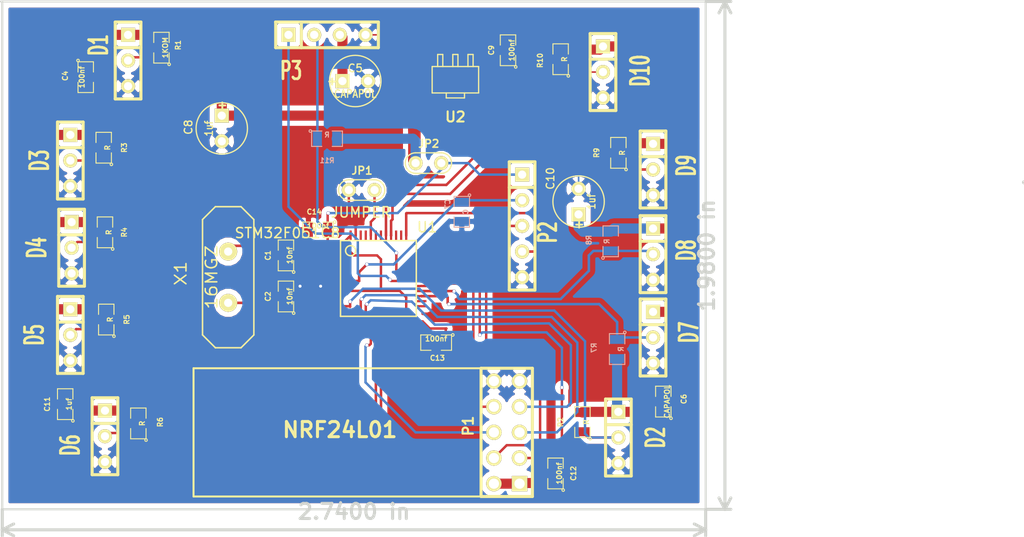
<source format=kicad_pcb>
(kicad_pcb (version 3) (host pcbnew "(2013-07-07 BZR 4022)-stable")
  (title_block (title мишень) (comment 2 Куликов))
  (layers (15 F.Cu signal hide) (0 B.Cu signal hide) (20 B.SilkS user hide) (21 F.SilkS user hide) (22 B.Mask user hide) (23 F.Mask user hide) (28 Edge.Cuts user))
  (net 0 "")
  (net 1 /BOOT)
  (net 2 /CE)
  (net 3 /CSN)
  (net 4 /DAT0)
  (net 5 /DAT1)
  (net 6 /DAT2)
  (net 7 /DAT3)
  (net 8 /DAT4)
  (net 9 /DAT5)
  (net 10 /DAT6)
  (net 11 /DAT7)
  (net 12 /DAT8)
  (net 13 /DAT9)
  (net 14 /IRQ)
  (net 15 /MISO)
  (net 16 /MOSI)
  (net 17 /RESET)
  (net 18 /RX)
  (net 19 /SCK)
  (net 20 /SWCLK)
  (net 21 /SWDAT)
  (net 22 /TX)
  (net 23 /VCC_6V)
  (net 24 GND)
  (net 25 N-0000038)
  (net 26 N-0000039)
  (net 27 VCC)
  (net 28 VDD_3.3)
  (module qfn48 (layer F.Cu) (at 86.106 61.722)
    (fp_text reference U1 (at 4.572 -4.826) (layer F.SilkS))
    (fp_text value STM32F051С8 (at -9.25 -4.25) (layer F.SilkS))
    (pad 26 smd rect (at 4 2.5) (size 1 0.22) (layers F.Cu F.Mask))
    (pad 27 smd rect (at 4 2) (size 1 0.22) (layers F.Cu F.Mask) (net 10 /DAT6))
    (pad 28 smd rect (at 4 1.5) (size 1 0.22) (layers F.Cu F.Mask) (net 11 /DAT7))
    (pad 29 smd rect (at 4 1) (size 1 0.22) (layers F.Cu F.Mask) (net 14 /IRQ))
    (pad 30 smd rect (at 4 0.5) (size 1 0.22) (layers F.Cu F.Mask) (net 22 /TX))
    (pad 31 smd rect (at 4 0) (size 1 0.22) (layers F.Cu F.Mask) (net 18 /RX))
    (pad 32 smd rect (at 4 -0.5) (size 1 0.22) (layers F.Cu F.Mask) (net 2 /CE))
    (pad 33 smd rect (at 4 -1) (size 1 0.22) (layers F.Cu F.Mask) (net 3 /CSN))
    (pad 34 smd rect (at 4 -1.5) (size 1 0.22) (layers F.Cu F.Mask) (net 21 /SWDAT))
    (pad 35 smd rect (at 4 -2) (size 1 0.22) (layers F.Cu F.Mask))
    (pad 36 smd rect (at 4 -2.5) (size 1 0.22) (layers F.Cu F.Mask))
    (pad 25 smd rect (at 4 3) (size 1 0.22) (layers F.Cu F.Mask))
    (pad 24 smd rect (at 2.5 4.5 90) (size 1 0.22) (layers F.Cu F.Mask) (net 28 VDD_3.3))
    (pad 22 smd rect (at 1.5 4.5 90) (size 1 0.22) (layers F.Cu F.Mask))
    (pad 23 smd rect (at 2 4.5 90) (size 1 0.22) (layers F.Cu F.Mask) (net 24 GND))
    (pad 21 smd rect (at 1 4.5 90) (size 1 0.22) (layers F.Cu F.Mask))
    (pad 20 smd rect (at 0.5 4.5 90) (size 1 0.22) (layers F.Cu F.Mask))
    (pad 19 smd rect (at 0 4.5 90) (size 1 0.22) (layers F.Cu F.Mask) (net 9 /DAT5))
    (pad 18 smd rect (at -0.5 4.5 90) (size 1 0.22) (layers F.Cu F.Mask) (net 8 /DAT4))
    (pad 17 smd rect (at -1 4.5 90) (size 1 0.22) (layers F.Cu F.Mask) (net 16 /MOSI))
    (pad 16 smd rect (at -1.5 4.5 90) (size 1 0.22) (layers F.Cu F.Mask) (net 15 /MISO))
    (pad 15 smd rect (at -2 4.5 90) (size 1 0.22) (layers F.Cu F.Mask) (net 19 /SCK))
    (pad 14 smd rect (at -2.5 4.5 90) (size 1 0.22) (layers F.Cu F.Mask) (net 7 /DAT3))
    (pad 13 smd rect (at -3 4.5 90) (size 1 0.22) (layers F.Cu F.Mask) (net 6 /DAT2))
    (pad 37 smd rect (at 2.5 -4 90) (size 1 0.22) (layers F.Cu F.Mask) (net 20 /SWCLK))
    (pad 38 smd rect (at 2 -4 90) (size 1 0.22) (layers F.Cu F.Mask))
    (pad 40 smd rect (at 1 -4 90) (size 1 0.22) (layers F.Cu F.Mask) (net 12 /DAT8))
    (pad 39 smd rect (at 1.5 -4 90) (size 1 0.22) (layers F.Cu F.Mask))
    (pad 41 smd rect (at 0.5 -4 90) (size 1 0.22) (layers F.Cu F.Mask) (net 13 /DAT9))
    (pad 42 smd rect (at 0 -4 90) (size 1 0.22) (layers F.Cu F.Mask))
    (pad 43 smd rect (at -0.5 -4 90) (size 1 0.22) (layers F.Cu F.Mask))
    (pad 44 smd rect (at -1 -4 90) (size 1 0.22) (layers F.Cu F.Mask) (net 1 /BOOT))
    (pad 45 smd rect (at -1.5 -4 90) (size 1 0.22) (layers F.Cu F.Mask))
    (pad 46 smd rect (at -2 -4 90) (size 1 0.22) (layers F.Cu F.Mask))
    (pad 47 smd rect (at -2.5 -4 90) (size 1 0.22) (layers F.Cu F.Mask) (net 24 GND))
    (pad 48 smd rect (at -3 -4 90) (size 1 0.22) (layers F.Cu F.Mask) (net 28 VDD_3.3))
    (pad 1 smd rect (at -4.5 -2.5) (size 1 0.22) (layers F.Cu F.Mask) (net 28 VDD_3.3))
    (pad 2 smd rect (at -4.5 -2) (size 1 0.22) (layers F.Cu F.Mask))
    (pad 3 smd rect (at -4.5 -1.5) (size 1 0.22) (layers F.Cu F.Mask))
    (pad 4 smd rect (at -4.5 -1) (size 1 0.22) (layers F.Cu F.Mask))
    (pad 5 smd rect (at -4.5 -0.5) (size 1 0.22) (layers F.Cu F.Mask) (net 26 N-0000039))
    (pad 6 smd rect (at -4.5 0) (size 1 0.22) (layers F.Cu F.Mask) (net 25 N-0000038))
    (pad 7 smd rect (at -4.5 0.5) (size 1 0.22) (layers F.Cu F.Mask) (net 17 /RESET))
    (pad 8 smd rect (at -4.5 1) (size 1 0.22) (layers F.Cu F.Mask) (net 24 GND))
    (pad 9 smd rect (at -4.5 1.5) (size 1 0.22) (layers F.Cu F.Mask) (net 28 VDD_3.3))
    (pad 10 smd rect (at -4.5 2) (size 1 0.22) (layers F.Cu F.Mask))
    (pad 11 smd rect (at -4.5 2.5) (size 1 0.22) (layers F.Cu F.Mask) (net 4 /DAT0))
    (pad 12 smd rect (at -4.5 3) (size 1 0.22) (layers F.Cu F.Mask) (net 5 /DAT1))
  )
  (module PIN_ARRAY_5x2 (layer F.Cu) (at 98.552 77.216 90)
    (fp_text reference P1 (at 0.635 -3.81 90) (layer F.SilkS) (effects (font (size 1.016 1.016) (thickness 0.2032))))
    (fp_text value CONN_5X2 hide)
    (pad 1 thru_hole rect (at -5.08 1.27 90) (size 1.524 1.524) (drill 1.016) (layers *.Cu *.Mask F.SilkS) (net 27 VCC))
    (pad 2 thru_hole circle (at -5.08 -1.27 90) (size 1.524 1.524) (drill 1.016) (layers *.Cu *.Mask F.SilkS) (net 27 VCC))
    (pad 3 thru_hole circle (at -2.54 1.27 90) (size 1.524 1.524) (drill 1.016) (layers *.Cu *.Mask F.SilkS) (net 2 /CE))
    (pad 4 thru_hole circle (at -2.54 -1.27 90) (size 1.524 1.524) (drill 1.016) (layers *.Cu *.Mask F.SilkS) (net 3 /CSN))
    (pad 5 thru_hole circle (at 0 1.27 90) (size 1.524 1.524) (drill 1.016) (layers *.Cu *.Mask F.SilkS) (net 19 /SCK))
    (pad 6 thru_hole circle (at 0 -1.27 90) (size 1.524 1.524) (drill 1.016) (layers *.Cu *.Mask F.SilkS) (net 16 /MOSI))
    (pad 7 thru_hole circle (at 2.54 1.27 90) (size 1.524 1.524) (drill 1.016) (layers *.Cu *.Mask F.SilkS) (net 15 /MISO))
    (pad 8 thru_hole circle (at 2.54 -1.27 90) (size 1.524 1.524) (drill 1.016) (layers *.Cu *.Mask F.SilkS) (net 14 /IRQ))
    (pad 9 thru_hole circle (at 5.08 1.27 90) (size 1.524 1.524) (drill 1.016) (layers *.Cu *.Mask F.SilkS) (net 24 GND))
    (pad 10 thru_hole circle (at 5.08 -1.27 90) (size 1.524 1.524) (drill 1.016) (layers *.Cu *.Mask F.SilkS) (net 24 GND))
  )
  (module SM0805 (layer B.Cu) (at 108.839 58.293 90)
    (fp_text reference R8 (at 0.127 -2.159 90) (layer B.SilkS) (effects (font (size 0.50038 0.50038) (thickness 0.10922)) (justify mirror)))
    (fp_text value R (at 0 -0.381 90) (layer B.SilkS) (effects (font (size 0.50038 0.50038) (thickness 0.10922)) (justify mirror)))
    (pad 1 smd rect (at -0.9525 0 90) (size 0.889 1.397) (layers B.Cu B.Mask) (net 11 /DAT7))
    (pad 2 smd rect (at 0.9525 0 90) (size 0.889 1.397) (layers B.Cu B.Mask) (net 27 VCC))
  )
  (module SM0805 (layer B.Cu) (at 109.474 68.961 270)
    (fp_text reference R7 (at -0.127 2.286 270) (layer B.SilkS) (effects (font (size 0.50038 0.50038) (thickness 0.10922)) (justify mirror)))
    (fp_text value R (at 0 -0.381 270) (layer B.SilkS) (effects (font (size 0.50038 0.50038) (thickness 0.10922)) (justify mirror)))
    (pad 1 smd rect (at -0.9525 0 270) (size 0.889 1.397) (layers B.Cu B.Mask) (net 10 /DAT6))
    (pad 2 smd rect (at 0.9525 0 270) (size 0.889 1.397) (layers B.Cu B.Mask) (net 27 VCC))
  )
  (module SM0805 (layer F.Cu) (at 62.103 76.327 90)
    (fp_text reference R6 (at 0.127 2.159 90) (layer F.SilkS) (effects (font (size 0.50038 0.50038) (thickness 0.10922))))
    (fp_text value R (at 0 0.381 90) (layer F.SilkS) (effects (font (size 0.50038 0.50038) (thickness 0.10922))))
    (pad 1 smd rect (at -0.9525 0 90) (size 0.889 1.397) (layers F.Cu F.Mask) (net 9 /DAT5))
    (pad 2 smd rect (at 0.9525 0 90) (size 0.889 1.397) (layers F.Cu F.Mask) (net 27 VCC))
  )
  (module SM0805 (layer F.Cu) (at 58.928 66.04 90)
    (fp_text reference R5 (at 0 2.032 90) (layer F.SilkS) (effects (font (size 0.50038 0.50038) (thickness 0.10922))))
    (fp_text value R (at 0 0.381 90) (layer F.SilkS) (effects (font (size 0.50038 0.50038) (thickness 0.10922))))
    (pad 1 smd rect (at -0.9525 0 90) (size 0.889 1.397) (layers F.Cu F.Mask) (net 8 /DAT4))
    (pad 2 smd rect (at 0.9525 0 90) (size 0.889 1.397) (layers F.Cu F.Mask) (net 27 VCC))
  )
  (module SM0805 (layer F.Cu) (at 58.801 57.404 90)
    (fp_text reference R4 (at 0 1.905 90) (layer F.SilkS) (effects (font (size 0.50038 0.50038) (thickness 0.10922))))
    (fp_text value R (at 0 0.381 90) (layer F.SilkS) (effects (font (size 0.50038 0.50038) (thickness 0.10922))))
    (pad 1 smd rect (at -0.9525 0 90) (size 0.889 1.397) (layers F.Cu F.Mask) (net 7 /DAT3))
    (pad 2 smd rect (at 0.9525 0 90) (size 0.889 1.397) (layers F.Cu F.Mask) (net 27 VCC))
  )
  (module SM0805 (layer F.Cu) (at 58.674 49.022 90)
    (fp_text reference R3 (at 0 2.032 90) (layer F.SilkS) (effects (font (size 0.50038 0.50038) (thickness 0.10922))))
    (fp_text value R (at 0 0.381 90) (layer F.SilkS) (effects (font (size 0.50038 0.50038) (thickness 0.10922))))
    (pad 1 smd rect (at -0.9525 0 90) (size 0.889 1.397) (layers F.Cu F.Mask) (net 6 /DAT2))
    (pad 2 smd rect (at 0.9525 0 90) (size 0.889 1.397) (layers F.Cu F.Mask) (net 27 VCC))
  )
  (module SM0805 (layer F.Cu) (at 106.045 76.2 90)
    (fp_text reference R2 (at 0 -2.159 90) (layer F.SilkS) (effects (font (size 0.50038 0.50038) (thickness 0.10922))))
    (fp_text value R (at 0 0.381 90) (layer F.SilkS) (effects (font (size 0.50038 0.50038) (thickness 0.10922))))
    (pad 1 smd rect (at -0.9525 0 90) (size 0.889 1.397) (layers F.Cu F.Mask) (net 5 /DAT1))
    (pad 2 smd rect (at 0.9525 0 90) (size 0.889 1.397) (layers F.Cu F.Mask) (net 27 VCC))
  )
  (module SM0805 (layer F.Cu) (at 64.389 39.116 90)
    (fp_text reference R1 (at 0.254 1.651 90) (layer F.SilkS) (effects (font (size 0.50038 0.50038) (thickness 0.10922))))
    (fp_text value 1KOM (at 0 0.381 90) (layer F.SilkS) (effects (font (size 0.50038 0.50038) (thickness 0.10922))))
    (pad 1 smd rect (at -0.9525 0 90) (size 0.889 1.397) (layers F.Cu F.Mask) (net 4 /DAT0))
    (pad 2 smd rect (at 0.9525 0 90) (size 0.889 1.397) (layers F.Cu F.Mask) (net 27 VCC))
  )
  (module SM0805 (layer F.Cu) (at 103.378 81.28 90)
    (fp_text reference C12 (at 0 1.778 90) (layer F.SilkS) (effects (font (size 0.50038 0.50038) (thickness 0.10922))))
    (fp_text value 100nf (at 0 0.381 90) (layer F.SilkS) (effects (font (size 0.50038 0.50038) (thickness 0.10922))))
    (pad 1 smd rect (at -0.9525 0 90) (size 0.889 1.397) (layers F.Cu F.Mask) (net 27 VCC))
    (pad 2 smd rect (at 0.9525 0 90) (size 0.889 1.397) (layers F.Cu F.Mask) (net 24 GND))
  )
  (module SM0805 (layer F.Cu) (at 54.864 74.422 90)
    (fp_text reference C11 (at 0 -1.778 90) (layer F.SilkS) (effects (font (size 0.50038 0.50038) (thickness 0.10922))))
    (fp_text value 1uf (at 0 0.381 90) (layer F.SilkS) (effects (font (size 0.50038 0.50038) (thickness 0.10922))))
    (pad 1 smd rect (at -0.9525 0 90) (size 0.889 1.397) (layers F.Cu F.Mask) (net 27 VCC))
    (pad 2 smd rect (at 0.9525 0 90) (size 0.889 1.397) (layers F.Cu F.Mask) (net 24 GND))
  )
  (module SM0805 (layer F.Cu) (at 98.679 39.37 90)
    (fp_text reference C9 (at 0 -1.651 90) (layer F.SilkS) (effects (font (size 0.50038 0.50038) (thickness 0.10922))))
    (fp_text value 100nf (at 0 0.381 90) (layer F.SilkS) (effects (font (size 0.50038 0.50038) (thickness 0.10922))))
    (pad 1 smd rect (at -0.9525 0 90) (size 0.889 1.397) (layers F.Cu F.Mask) (net 27 VCC))
    (pad 2 smd rect (at 0.9525 0 90) (size 0.889 1.397) (layers F.Cu F.Mask) (net 24 GND))
  )
  (module SM0805 (layer B.Cu) (at 94.107 55.372 270)
    (fp_text reference C7 (at -0.762 1.397 270) (layer B.SilkS) (effects (font (size 0.50038 0.50038) (thickness 0.10922)) (justify mirror)))
    (fp_text value C (at 0 -0.381 270) (layer B.SilkS) (effects (font (size 0.50038 0.50038) (thickness 0.10922)) (justify mirror)))
    (pad 1 smd rect (at -0.9525 0 270) (size 0.889 1.397) (layers B.Cu B.Mask) (net 17 /RESET))
    (pad 2 smd rect (at 0.9525 0 270) (size 0.889 1.397) (layers B.Cu B.Mask) (net 24 GND))
  )
  (module SM0805 (layer F.Cu) (at 114.046 74.168 90)
    (fp_text reference C6 (at 0.254 2.032 90) (layer F.SilkS) (effects (font (size 0.50038 0.50038) (thickness 0.10922))))
    (fp_text value CAPAPOL (at 0 0.381 90) (layer F.SilkS) (effects (font (size 0.50038 0.50038) (thickness 0.10922))))
    (pad 1 smd rect (at -0.9525 0 90) (size 0.889 1.397) (layers F.Cu F.Mask) (net 27 VCC))
    (pad 2 smd rect (at 0.9525 0 90) (size 0.889 1.397) (layers F.Cu F.Mask) (net 24 GND))
  )
  (module SM0805 (layer F.Cu) (at 109.601 49.53 90)
    (fp_text reference R9 (at 0 -2.159 90) (layer F.SilkS) (effects (font (size 0.50038 0.50038) (thickness 0.10922))))
    (fp_text value R (at 0 0.381 90) (layer F.SilkS) (effects (font (size 0.50038 0.50038) (thickness 0.10922))))
    (pad 1 smd rect (at -0.9525 0 90) (size 0.889 1.397) (layers F.Cu F.Mask) (net 12 /DAT8))
    (pad 2 smd rect (at 0.9525 0 90) (size 0.889 1.397) (layers F.Cu F.Mask) (net 27 VCC))
  )
  (module SM0805 (layer F.Cu) (at 56.896 42.037 270)
    (fp_text reference C4 (at -0.127 2.032 270) (layer F.SilkS) (effects (font (size 0.50038 0.50038) (thickness 0.10922))))
    (fp_text value 100nf (at 0 0.381 270) (layer F.SilkS) (effects (font (size 0.50038 0.50038) (thickness 0.10922))))
    (pad 1 smd rect (at -0.9525 0 270) (size 0.889 1.397) (layers F.Cu F.Mask) (net 27 VCC))
    (pad 2 smd rect (at 0.9525 0 270) (size 0.889 1.397) (layers F.Cu F.Mask) (net 24 GND))
  )
  (module SM0805 (layer F.Cu) (at 103.886 40.259 90)
    (fp_text reference R10 (at -0.127 -2.032 90) (layer F.SilkS) (effects (font (size 0.50038 0.50038) (thickness 0.10922))))
    (fp_text value R (at 0 0.381 90) (layer F.SilkS) (effects (font (size 0.50038 0.50038) (thickness 0.10922))))
    (pad 1 smd rect (at -0.9525 0 90) (size 0.889 1.397) (layers F.Cu F.Mask) (net 13 /DAT9))
    (pad 2 smd rect (at 0.9525 0 90) (size 0.889 1.397) (layers F.Cu F.Mask) (net 27 VCC))
  )
  (module SM0805 (layer F.Cu) (at 76.708 59.69 90)
    (fp_text reference C1 (at 0 -1.778 90) (layer F.SilkS) (effects (font (size 0.50038 0.50038) (thickness 0.10922))))
    (fp_text value 10nf (at 0 0.381 90) (layer F.SilkS) (effects (font (size 0.50038 0.50038) (thickness 0.10922))))
    (pad 1 smd rect (at -0.9525 0 90) (size 0.889 1.397) (layers F.Cu F.Mask) (net 24 GND))
    (pad 2 smd rect (at 0.9525 0 90) (size 0.889 1.397) (layers F.Cu F.Mask) (net 26 N-0000039))
  )
  (module SM0805 (layer F.Cu) (at 76.708 63.754 90)
    (fp_text reference C2 (at 0 -1.778 90) (layer F.SilkS) (effects (font (size 0.50038 0.50038) (thickness 0.10922))))
    (fp_text value 10nf (at 0 0.381 90) (layer F.SilkS) (effects (font (size 0.50038 0.50038) (thickness 0.10922))))
    (pad 1 smd rect (at -0.9525 0 90) (size 0.889 1.397) (layers F.Cu F.Mask) (net 25 N-0000038))
    (pad 2 smd rect (at 0.9525 0 90) (size 0.889 1.397) (layers F.Cu F.Mask) (net 24 GND))
  )
  (module SM0805 (layer F.Cu) (at 91.567 68.326 180)
    (fp_text reference C13 (at -0.127 -1.524 180) (layer F.SilkS) (effects (font (size 0.50038 0.50038) (thickness 0.10922))))
    (fp_text value 100nf (at 0 0.381 180) (layer F.SilkS) (effects (font (size 0.50038 0.50038) (thickness 0.10922))))
    (pad 1 smd rect (at -0.9525 0 180) (size 0.889 1.397) (layers F.Cu F.Mask) (net 28 VDD_3.3))
    (pad 2 smd rect (at 0.9525 0 180) (size 0.889 1.397) (layers F.Cu F.Mask) (net 24 GND))
  )
  (module SIL-5 (layer F.Cu) (at 100.076 58.039 270)
    (fp_text reference P2 (at -0.635 -2.54 270) (layer F.SilkS) (effects (font (size 1.72974 1.08712) (thickness 0.3048))))
    (fp_text value CONN_5 hide)
    (pad 1 thru_hole rect (at -6.35 0 270) (size 1.397 1.397) (drill 0.8128) (layers *.Cu *.Mask F.SilkS) (net 28 VDD_3.3))
    (pad 2 thru_hole circle (at -3.81 0 270) (size 1.397 1.397) (drill 0.8128) (layers *.Cu *.Mask F.SilkS) (net 17 /RESET))
    (pad 3 thru_hole circle (at -1.27 0 270) (size 1.397 1.397) (drill 0.8128) (layers *.Cu *.Mask F.SilkS) (net 21 /SWDAT))
    (pad 4 thru_hole circle (at 1.27 0 270) (size 1.397 1.397) (drill 0.8128) (layers *.Cu *.Mask F.SilkS) (net 20 /SWCLK))
    (pad 5 thru_hole circle (at 3.81 0 270) (size 1.397 1.397) (drill 0.8128) (layers *.Cu *.Mask F.SilkS) (net 24 GND))
  )
  (module SIL-4 (layer F.Cu) (at 80.772 37.846)
    (fp_text reference P3 (at -3.556 3.556) (layer F.SilkS) (effects (font (size 1.73482 1.08712) (thickness 0.3048))))
    (fp_text value CONN_4 hide)
    (pad 1 thru_hole rect (at -3.81 0) (size 1.397 1.397) (drill 0.8128) (layers *.Cu *.Mask F.SilkS) (net 22 /TX))
    (pad 2 thru_hole circle (at -1.27 0) (size 1.397 1.397) (drill 0.8128) (layers *.Cu *.Mask F.SilkS) (net 18 /RX))
    (pad 3 thru_hole circle (at 1.27 0) (size 1.397 1.397) (drill 0.8128) (layers *.Cu *.Mask F.SilkS) (net 23 /VCC_6V))
    (pad 4 thru_hole circle (at 3.81 0) (size 1.397 1.397) (drill 0.8128) (layers *.Cu *.Mask F.SilkS) (net 24 GND))
  )
  (module SIL-3 (layer F.Cu) (at 61.087 40.386 270)
    (fp_text reference D1 (at -1.524 2.921 270) (layer F.SilkS) (effects (font (size 1.7907 1.07696) (thickness 0.26924))))
    (fp_text value CONN_3 hide)
    (pad 1 thru_hole rect (at -2.54 0 270) (size 1.397 1.397) (drill 0.8128) (layers *.Cu *.Mask F.SilkS) (net 27 VCC))
    (pad 2 thru_hole circle (at 0 0 270) (size 1.397 1.397) (drill 0.8128) (layers *.Cu *.Mask F.SilkS) (net 4 /DAT0))
    (pad 3 thru_hole circle (at 2.54 0 270) (size 1.397 1.397) (drill 0.8128) (layers *.Cu *.Mask F.SilkS) (net 24 GND))
  )
  (module SIL-3 (layer F.Cu) (at 109.601 77.724 270)
    (fp_text reference D2 (at 0 -3.683 270) (layer F.SilkS) (effects (font (size 1.7907 1.07696) (thickness 0.26924))))
    (fp_text value CONN_3 hide)
    (pad 1 thru_hole rect (at -2.54 0 270) (size 1.397 1.397) (drill 0.8128) (layers *.Cu *.Mask F.SilkS) (net 27 VCC))
    (pad 2 thru_hole circle (at 0 0 270) (size 1.397 1.397) (drill 0.8128) (layers *.Cu *.Mask F.SilkS) (net 5 /DAT1))
    (pad 3 thru_hole circle (at 2.54 0 270) (size 1.397 1.397) (drill 0.8128) (layers *.Cu *.Mask F.SilkS) (net 24 GND))
  )
  (module SIL-3 (layer F.Cu) (at 55.372 50.292 270)
    (fp_text reference D3 (at 0 3.048 270) (layer F.SilkS) (effects (font (size 1.7907 1.07696) (thickness 0.26924))))
    (fp_text value CONN_3 hide)
    (pad 1 thru_hole rect (at -2.54 0 270) (size 1.397 1.397) (drill 0.8128) (layers *.Cu *.Mask F.SilkS) (net 27 VCC))
    (pad 2 thru_hole circle (at 0 0 270) (size 1.397 1.397) (drill 0.8128) (layers *.Cu *.Mask F.SilkS) (net 6 /DAT2))
    (pad 3 thru_hole circle (at 2.54 0 270) (size 1.397 1.397) (drill 0.8128) (layers *.Cu *.Mask F.SilkS) (net 24 GND))
  )
  (module SIL-3 (layer F.Cu) (at 55.499 58.928 270)
    (fp_text reference D4 (at 0 3.429 270) (layer F.SilkS) (effects (font (size 1.7907 1.07696) (thickness 0.26924))))
    (fp_text value CONN_3 hide)
    (pad 1 thru_hole rect (at -2.54 0 270) (size 1.397 1.397) (drill 0.8128) (layers *.Cu *.Mask F.SilkS) (net 27 VCC))
    (pad 2 thru_hole circle (at 0 0 270) (size 1.397 1.397) (drill 0.8128) (layers *.Cu *.Mask F.SilkS) (net 7 /DAT3))
    (pad 3 thru_hole circle (at 2.54 0 270) (size 1.397 1.397) (drill 0.8128) (layers *.Cu *.Mask F.SilkS) (net 24 GND))
  )
  (module SIL-3 (layer F.Cu) (at 55.372 67.564 270)
    (fp_text reference D5 (at 0 3.556 270) (layer F.SilkS) (effects (font (size 1.7907 1.07696) (thickness 0.26924))))
    (fp_text value CONN_3 hide)
    (pad 1 thru_hole rect (at -2.54 0 270) (size 1.397 1.397) (drill 0.8128) (layers *.Cu *.Mask F.SilkS) (net 27 VCC))
    (pad 2 thru_hole circle (at 0 0 270) (size 1.397 1.397) (drill 0.8128) (layers *.Cu *.Mask F.SilkS) (net 8 /DAT4))
    (pad 3 thru_hole circle (at 2.54 0 270) (size 1.397 1.397) (drill 0.8128) (layers *.Cu *.Mask F.SilkS) (net 24 GND))
  )
  (module SIL-3 (layer F.Cu) (at 58.801 77.597 270)
    (fp_text reference D6 (at 0.889 3.429 270) (layer F.SilkS) (effects (font (size 1.7907 1.07696) (thickness 0.26924))))
    (fp_text value CONN_3 hide)
    (pad 1 thru_hole rect (at -2.54 0 270) (size 1.397 1.397) (drill 0.8128) (layers *.Cu *.Mask F.SilkS) (net 27 VCC))
    (pad 2 thru_hole circle (at 0 0 270) (size 1.397 1.397) (drill 0.8128) (layers *.Cu *.Mask F.SilkS) (net 9 /DAT5))
    (pad 3 thru_hole circle (at 2.54 0 270) (size 1.397 1.397) (drill 0.8128) (layers *.Cu *.Mask F.SilkS) (net 24 GND))
  )
  (module SIL-3 (layer F.Cu) (at 113.03 67.818 270)
    (fp_text reference D7 (at -0.508 -3.556 270) (layer F.SilkS) (effects (font (size 1.7907 1.07696) (thickness 0.26924))))
    (fp_text value CONN_3 hide)
    (pad 1 thru_hole rect (at -2.54 0 270) (size 1.397 1.397) (drill 0.8128) (layers *.Cu *.Mask F.SilkS) (net 27 VCC))
    (pad 2 thru_hole circle (at 0 0 270) (size 1.397 1.397) (drill 0.8128) (layers *.Cu *.Mask F.SilkS) (net 10 /DAT6))
    (pad 3 thru_hole circle (at 2.54 0 270) (size 1.397 1.397) (drill 0.8128) (layers *.Cu *.Mask F.SilkS) (net 24 GND))
  )
  (module SIL-3 (layer F.Cu) (at 113.03 59.563 270)
    (fp_text reference D8 (at -0.381 -3.302 270) (layer F.SilkS) (effects (font (size 1.7907 1.07696) (thickness 0.26924))))
    (fp_text value CONN_3 hide)
    (pad 1 thru_hole rect (at -2.54 0 270) (size 1.397 1.397) (drill 0.8128) (layers *.Cu *.Mask F.SilkS) (net 27 VCC))
    (pad 2 thru_hole circle (at 0 0 270) (size 1.397 1.397) (drill 0.8128) (layers *.Cu *.Mask F.SilkS) (net 11 /DAT7))
    (pad 3 thru_hole circle (at 2.54 0 270) (size 1.397 1.397) (drill 0.8128) (layers *.Cu *.Mask F.SilkS) (net 24 GND))
  )
  (module SIL-3 (layer F.Cu) (at 113.03 51.181 270)
    (fp_text reference D9 (at -0.381 -3.302 270) (layer F.SilkS) (effects (font (size 1.7907 1.07696) (thickness 0.26924))))
    (fp_text value CONN_3 hide)
    (pad 1 thru_hole rect (at -2.54 0 270) (size 1.397 1.397) (drill 0.8128) (layers *.Cu *.Mask F.SilkS) (net 27 VCC))
    (pad 2 thru_hole circle (at 0 0 270) (size 1.397 1.397) (drill 0.8128) (layers *.Cu *.Mask F.SilkS) (net 12 /DAT8))
    (pad 3 thru_hole circle (at 2.54 0 270) (size 1.397 1.397) (drill 0.8128) (layers *.Cu *.Mask F.SilkS) (net 24 GND))
  )
  (module SIL-3 (layer F.Cu) (at 108.077 41.529 270)
    (fp_text reference D10 (at -0.127 -3.683 270) (layer F.SilkS) (effects (font (size 1.7907 1.07696) (thickness 0.26924))))
    (fp_text value CONN_3 hide)
    (pad 1 thru_hole rect (at -2.54 0 270) (size 1.397 1.397) (drill 0.8128) (layers *.Cu *.Mask F.SilkS) (net 27 VCC))
    (pad 2 thru_hole circle (at 0 0 270) (size 1.397 1.397) (drill 0.8128) (layers *.Cu *.Mask F.SilkS) (net 13 /DAT9))
    (pad 3 thru_hole circle (at 2.54 0 270) (size 1.397 1.397) (drill 0.8128) (layers *.Cu *.Mask F.SilkS) (net 24 GND))
  )
  (module HC-18UV (layer F.Cu) (at 70.993 61.849 270)
    (fp_text reference X1 (at -0.381 4.699 270) (layer F.SilkS) (effects (font (size 1.143 1.27) (thickness 0.1524))))
    (fp_text value 16MGZ (at 0 1.651 270) (layer F.SilkS) (effects (font (size 1.143 1.27) (thickness 0.1524))))
    (pad 1 thru_hole circle (at -2.54 0 270) (size 1.778 1.778) (drill 0.8128) (layers *.Cu *.Mask F.SilkS) (net 26 N-0000039))
    (pad 2 thru_hole circle (at 2.54 0 270) (size 1.778 1.778) (drill 0.8128) (layers *.Cu *.Mask F.SilkS) (net 25 N-0000038))
  )
  (module SM0805 (layer F.Cu) (at 79.883 57.15 180)
    (fp_text reference C14 (at 0.381 1.778 180) (layer F.SilkS) (effects (font (size 0.50038 0.50038) (thickness 0.10922))))
    (fp_text value 100nf (at 0 0.381 180) (layer F.SilkS) (effects (font (size 0.50038 0.50038) (thickness 0.10922))))
    (pad 1 smd rect (at -0.9525 0 180) (size 0.889 1.397) (layers F.Cu F.Mask) (net 28 VDD_3.3))
    (pad 2 smd rect (at 0.9525 0 180) (size 0.889 1.397) (layers F.Cu F.Mask) (net 24 GND))
  )
  (module SM0805 (layer B.Cu) (at 80.772 48.133)
    (fp_text reference R11 (at 0 2.159) (layer B.SilkS) (effects (font (size 0.50038 0.50038) (thickness 0.10922)) (justify mirror)))
    (fp_text value R (at 0 -0.381) (layer B.SilkS) (effects (font (size 0.50038 0.50038) (thickness 0.10922)) (justify mirror)))
    (pad 1 smd rect (at -0.9525 0) (size 0.889 1.397) (layers B.Cu B.Mask) (net 18 /RX))
    (pad 2 smd rect (at 0.9525 0) (size 0.889 1.397) (layers B.Cu B.Mask) (net 27 VCC))
  )
  (module TEST_POINT_2PADS (layer F.Cu) (at 90.805 50.546)
    (fp_text reference JP2 (at 0.03048 -1.92024) (layer F.SilkS) (effects (font (size 0.762 0.762) (thickness 0.1524))))
    (fp_text value JUMPER hide)
    (pad 1 thru_hole circle (at -1.27 0) (size 1.397 1.397) (drill 0.8128) (layers *.Cu *.Mask F.SilkS) (net 27 VCC))
    (pad 2 thru_hole circle (at 1.27 0) (size 1.397 1.397) (drill 0.8128) (layers *.Cu *.Mask F.SilkS) (net 28 VDD_3.3))
  )
  (module TEST_POINT_2PADS (layer F.Cu) (at 84.201 53.213)
    (fp_text reference JP1 (at 0.03048 -1.92024) (layer F.SilkS) (effects (font (size 0.762 0.762) (thickness 0.1524))))
    (fp_text value JUMPER (at -0.07112 2.2098) (layer F.SilkS) (effects (font (size 1.016 1.016) (thickness 0.1524))))
    (pad 1 thru_hole circle (at -1.27 0) (size 1.397 1.397) (drill 0.8128) (layers *.Cu *.Mask F.SilkS) (net 24 GND))
    (pad 2 thru_hole circle (at 1.27 0) (size 1.397 1.397) (drill 0.8128) (layers *.Cu *.Mask F.SilkS) (net 1 /BOOT))
  )
  (module C1V5 (layer F.Cu) (at 105.664 54.356 90)
    (fp_text reference C10 (at 2.286 -2.794 90) (layer F.SilkS) (effects (font (size 0.762 0.762) (thickness 0.127))))
    (fp_text value 1uf (at 0 1.27 90) (layer F.SilkS) (effects (font (size 0.762 0.635) (thickness 0.127))))
    (fp_text user + (at -2.286 0 90) (layer F.SilkS) (effects (font (size 0.762 0.762) (thickness 0.2032))))
    (pad 1 thru_hole rect (at -1.27 0 90) (size 1.397 1.397) (drill 0.8128) (layers *.Cu *.Mask F.SilkS) (net 27 VCC))
    (pad 2 thru_hole circle (at 1.27 0 90) (size 1.397 1.397) (drill 0.8128) (layers *.Cu *.Mask F.SilkS) (net 24 GND))
  )
  (module C1V5 (layer F.Cu) (at 70.358 47.117 270)
    (fp_text reference C8 (at -0.127 3.302 270) (layer F.SilkS) (effects (font (size 0.762 0.762) (thickness 0.127))))
    (fp_text value 1uf (at 0 1.27 270) (layer F.SilkS) (effects (font (size 0.762 0.635) (thickness 0.127))))
    (fp_text user + (at -2.286 0 270) (layer F.SilkS) (effects (font (size 0.762 0.762) (thickness 0.2032))))
    (pad 1 thru_hole rect (at -1.27 0 270) (size 1.397 1.397) (drill 0.8128) (layers *.Cu *.Mask F.SilkS) (net 27 VCC))
    (pad 2 thru_hole circle (at 1.27 0 270) (size 1.397 1.397) (drill 0.8128) (layers *.Cu *.Mask F.SilkS) (net 24 GND))
  )
  (module C1V5 (layer F.Cu) (at 83.566 42.418)
    (fp_text reference C5 (at 0 -1.26746) (layer F.SilkS) (effects (font (size 0.762 0.762) (thickness 0.127))))
    (fp_text value CAPAPOL (at 0 1.27) (layer F.SilkS) (effects (font (size 0.762 0.635) (thickness 0.127))))
    (fp_text user + (at -2.286 0) (layer F.SilkS) (effects (font (size 0.762 0.762) (thickness 0.2032))))
    (pad 1 thru_hole rect (at -1.27 0) (size 1.397 1.397) (drill 0.8128) (layers *.Cu *.Mask F.SilkS) (net 23 /VCC_6V))
    (pad 2 thru_hole circle (at 1.27 0) (size 1.397 1.397) (drill 0.8128) (layers *.Cu *.Mask F.SilkS) (net 24 GND))
  )
  (module sot89 (layer F.Cu) (at 93.472 42.291 180)
    (fp_text reference U2 (at 0 -3.683 180) (layer F.SilkS) (effects (font (size 1.00076 1.00076) (thickness 0.20066))))
    (fp_text value NCP1117ST33T3G hide)
    (pad 1 smd rect (at -1.50114 1.89992 180) (size 0.70104 1.6002) (layers F.Cu F.Mask) (net 24 GND))
    (pad 2 smd rect (at 0 1.651 180) (size 0.70104 2.10058) (layers F.Cu F.Mask) (net 27 VCC))
    (pad 3 smd rect (at 1.50114 1.89992 180) (size 0.70104 1.6002) (layers F.Cu F.Mask) (net 23 /VCC_6V))
    (pad 2 smd rect (at 0 -0.7493 180) (size 1.99898 2.75082) (layers F.Cu F.Mask) (net 27 VCC))
  )
  (dimension 50.292 (width 0.3) (layer Edge.Cuts) (gr_text "50,292 мм" (at 121.491999 59.69 270) (layer Edge.Cuts) (effects (font (size 1.5 1.5) (thickness 0.3)))) (feature1 (pts (xy 118.237 84.836) (xy 122.841999 84.836))) (feature2 (pts (xy 118.237 34.544) (xy 122.841999 34.544))) (crossbar (pts (xy 120.141999 34.544) (xy 120.141999 84.836))) (arrow1a (pts (xy 120.141999 84.836) (xy 119.555579 83.709497))) (arrow1b (pts (xy 120.141999 84.836) (xy 120.728419 83.709497))) (arrow2a (pts (xy 120.141999 34.544) (xy 119.555579 35.670503))) (arrow2b (pts (xy 120.141999 34.544) (xy 120.728419 35.670503))))
  (dimension 69.596 (width 0.3) (layer Edge.Cuts) (gr_text "69,596 мм" (at 83.439 88.217999) (layer Edge.Cuts) (effects (font (size 1.5 1.5) (thickness 0.3)))) (feature1 (pts (xy 118.237 84.836) (xy 118.237 89.567999))) (feature2 (pts (xy 48.641 84.836) (xy 48.641 89.567999))) (crossbar (pts (xy 48.641 86.867999) (xy 118.237 86.867999))) (arrow1a (pts (xy 118.237 86.867999) (xy 117.110497 87.454419))) (arrow1b (pts (xy 118.237 86.867999) (xy 117.110497 86.281579))) (arrow2a (pts (xy 48.641 86.867999) (xy 49.767503 87.454419))) (arrow2b (pts (xy 48.641 86.867999) (xy 49.767503 86.281579))))
  (target plus (at 149.733 52.451) (size 0.005) (width 0.2) (layer Edge.Cuts))
  (gr_line (start 118.237 34.544) (end 48.514 34.544) (angle 90) (layer Edge.Cuts) (width 0.2))
  (gr_line (start 118.237 84.836) (end 118.237 34.544) (angle 90) (layer Edge.Cuts) (width 0.2))
  (gr_line (start 48.641 84.836) (end 118.237 84.836) (angle 90) (layer Edge.Cuts) (width 0.2))
  (gr_line (start 48.641 34.671) (end 48.641 84.836) (angle 90) (layer Edge.Cuts) (width 0.2))
  (gr_text NRF24L01 (at 82.042 76.962) (layer F.SilkS) (effects (font (size 1.5 1.5) (thickness 0.3))))
  (gr_line (start 67.564 83.566) (end 96.012 83.566) (angle 90) (layer F.SilkS) (width 0.2))
  (gr_line (start 67.564 70.866) (end 67.564 83.566) (angle 90) (layer F.SilkS) (width 0.2))
  (gr_line (start 96.012 70.866) (end 67.564 70.866) (angle 90) (layer F.SilkS) (width 0.2))
  (segment (start 85.471 53.213) (end 85.471 56.007) (width 0.24) (layer F.Cu) (net 1))
  (segment (start 85.106 56.372) (end 85.106 57.722) (width 0.24) (layer F.Cu) (net 1))
  (segment (start 85.471 56.007) (end 85.106 56.372) (width 0.24) (layer F.Cu) (net 1))
  (segment (start 90.106 61.222) (end 95.639 61.222) (width 0.24) (layer F.Cu) (net 2))
  (segment (start 101.473 79.756) (end 99.822 79.756) (width 0.24) (layer F.Cu) (net 2))
  (segment (start 102.616 78.613) (end 101.473 79.756) (width 0.24) (layer F.Cu) (net 2))
  (segment (start 103.759 78.613) (end 102.616 78.613) (width 0.24) (layer F.Cu) (net 2))
  (segment (start 104.013 78.359) (end 103.759 78.613) (width 0.24) (layer F.Cu) (net 2))
  (segment (start 104.013 72.771) (end 104.013 78.359) (width 0.24) (layer F.Cu) (net 2))
  (via (at 104.013 72.771) (size 0.35) (layers F.Cu B.Cu) (net 2))
  (segment (start 104.013 68.834) (end 104.013 72.771) (width 0.24) (layer B.Cu) (net 2))
  (segment (start 102.489 67.31) (end 104.013 68.834) (width 0.24) (layer B.Cu) (net 2))
  (segment (start 96.139 67.31) (end 102.489 67.31) (width 0.24) (layer B.Cu) (net 2))
  (segment (start 95.885 67.564) (end 96.139 67.31) (width 0.24) (layer B.Cu) (net 2))
  (via (at 95.885 67.564) (size 0.35) (layers F.Cu B.Cu) (net 2))
  (segment (start 95.885 61.468) (end 95.885 67.564) (width 0.24) (layer F.Cu) (net 2))
  (segment (start 95.639 61.222) (end 95.885 61.468) (width 0.24) (layer F.Cu) (net 2))
  (segment (start 90.606 61.222) (end 90.551 61.214) (width 0.154) (layer F.Cu) (net 2))
  (segment (start 90.606 61.222) (end 90.551 61.214) (width 0.154) (layer F.Cu) (net 2))
  (segment (start 90.106 60.722) (end 96.409 60.722) (width 0.24) (layer F.Cu) (net 3))
  (segment (start 98.552 78.486) (end 97.282 79.756) (width 0.24) (layer F.Cu) (net 3))
  (segment (start 101.473 78.486) (end 98.552 78.486) (width 0.24) (layer F.Cu) (net 3))
  (segment (start 101.854 78.105) (end 101.473 78.486) (width 0.24) (layer F.Cu) (net 3))
  (segment (start 101.854 69.85) (end 101.854 78.105) (width 0.24) (layer F.Cu) (net 3))
  (segment (start 101.6 69.596) (end 101.854 69.85) (width 0.24) (layer F.Cu) (net 3))
  (segment (start 96.901 69.596) (end 101.6 69.596) (width 0.24) (layer F.Cu) (net 3))
  (segment (start 96.52 69.215) (end 96.901 69.596) (width 0.24) (layer F.Cu) (net 3))
  (segment (start 96.52 60.833) (end 96.52 69.215) (width 0.24) (layer F.Cu) (net 3))
  (segment (start 96.409 60.722) (end 96.52 60.833) (width 0.24) (layer F.Cu) (net 3))
  (segment (start 64.389 40.0685) (end 61.4045 40.0685) (width 0.24) (layer F.Cu) (net 4))
  (segment (start 61.4045 40.0685) (end 61.087 40.386) (width 0.24) (layer F.Cu) (net 4))
  (segment (start 81.606 64.222) (end 80.177 64.222) (width 0.25) (layer F.Cu) (net 4))
  (segment (start 64.389 44.704) (end 64.389 40.0685) (width 0.25) (layer F.Cu) (net 4))
  (segment (start 62.865 46.228) (end 64.389 44.704) (width 0.25) (layer F.Cu) (net 4))
  (segment (start 62.865 69.85) (end 62.865 46.228) (width 0.25) (layer F.Cu) (net 4))
  (segment (start 66.802 73.787) (end 62.865 69.85) (width 0.25) (layer F.Cu) (net 4))
  (segment (start 66.802 74.549) (end 66.802 73.787) (width 0.25) (layer F.Cu) (net 4))
  (segment (start 67.056 74.803) (end 66.802 74.549) (width 0.25) (layer F.Cu) (net 4))
  (segment (start 82.296 74.803) (end 67.056 74.803) (width 0.25) (layer F.Cu) (net 4))
  (segment (start 82.423 74.676) (end 82.296 74.803) (width 0.25) (layer F.Cu) (net 4))
  (segment (start 82.423 68.326) (end 82.423 74.676) (width 0.25) (layer F.Cu) (net 4))
  (segment (start 80.137 66.04) (end 82.423 68.326) (width 0.25) (layer F.Cu) (net 4))
  (segment (start 80.137 64.262) (end 80.137 66.04) (width 0.25) (layer F.Cu) (net 4))
  (segment (start 80.177 64.222) (end 80.137 64.262) (width 0.25) (layer F.Cu) (net 4))
  (segment (start 82.106 64.722) (end 82.169 64.77) (width 0.154) (layer F.Cu) (net 5))
  (segment (start 82.106 64.722) (end 82.169 64.77) (width 0.154) (layer F.Cu) (net 5))
  (segment (start 109.601 77.724) (end 106.68 77.724) (width 0.24) (layer B.Cu) (net 5))
  (segment (start 83.01 64.722) (end 81.606 64.722) (width 0.24) (layer F.Cu) (net 5))
  (segment (start 83.058 64.77) (end 83.01 64.722) (width 0.24) (layer F.Cu) (net 5))
  (segment (start 83.058 64.262) (end 83.058 64.77) (width 0.24) (layer F.Cu) (net 5))
  (via (at 83.058 64.262) (size 0.35) (layers F.Cu B.Cu) (net 5))
  (segment (start 84.328 62.992) (end 83.058 64.262) (width 0.24) (layer B.Cu) (net 5))
  (segment (start 89.916 62.992) (end 84.328 62.992) (width 0.24) (layer B.Cu) (net 5))
  (segment (start 92.075 65.151) (end 89.916 62.992) (width 0.24) (layer B.Cu) (net 5))
  (segment (start 103.259998 65.151) (end 92.075 65.151) (width 0.24) (layer B.Cu) (net 5))
  (segment (start 106.299 68.190002) (end 103.259998 65.151) (width 0.24) (layer B.Cu) (net 5))
  (segment (start 106.299 77.343) (end 106.299 68.190002) (width 0.24) (layer B.Cu) (net 5))
  (segment (start 106.68 77.724) (end 106.299 77.343) (width 0.24) (layer B.Cu) (net 5))
  (segment (start 109.601 77.724) (end 106.6165 77.724) (width 0.25) (layer F.Cu) (net 5))
  (segment (start 106.6165 77.724) (end 106.045 77.1525) (width 0.25) (layer F.Cu) (net 5))
  (segment (start 106.045 77.216) (end 106.045 77.1525) (width 0.154) (layer F.Cu) (net 5))
  (segment (start 106.045 77.1525) (end 106.045 77.216) (width 0.154) (layer F.Cu) (net 5))
  (segment (start 106.045 77.1525) (end 106.045 77.216) (width 0.154) (layer F.Cu) (net 5))
  (segment (start 106.045 77.216) (end 106.045 77.1525) (width 0.154) (layer F.Cu) (net 5))
  (segment (start 55.372 50.292) (end 58.3565 50.292) (width 0.24) (layer F.Cu) (net 6))
  (segment (start 58.3565 50.292) (end 58.674 49.9745) (width 0.24) (layer F.Cu) (net 6))
  (segment (start 58.674 49.9745) (end 61.1505 49.9745) (width 0.24) (layer F.Cu) (net 6))
  (segment (start 61.1505 49.9745) (end 62.103 50.927) (width 0.24) (layer F.Cu) (net 6))
  (segment (start 62.103 50.927) (end 62.103 69.954002) (width 0.24) (layer F.Cu) (net 6))
  (segment (start 62.103 69.954002) (end 66.294 74.145002) (width 0.24) (layer F.Cu) (net 6))
  (segment (start 66.294 74.145002) (end 66.294 75.311) (width 0.24) (layer F.Cu) (net 6))
  (segment (start 66.294 75.311) (end 66.548 75.565) (width 0.24) (layer F.Cu) (net 6))
  (segment (start 66.548 75.565) (end 82.804 75.565) (width 0.24) (layer F.Cu) (net 6))
  (segment (start 82.804 75.565) (end 83.106 75.263) (width 0.24) (layer F.Cu) (net 6))
  (segment (start 83.106 75.263) (end 83.106 66.222) (width 0.24) (layer F.Cu) (net 6))
  (segment (start 58.801 58.3565) (end 56.0705 58.3565) (width 0.24) (layer F.Cu) (net 7))
  (segment (start 56.0705 58.3565) (end 55.499 58.928) (width 0.24) (layer F.Cu) (net 7))
  (segment (start 58.801 58.3565) (end 61.1505 58.3565) (width 0.25) (layer F.Cu) (net 7))
  (segment (start 83.610002 66.222) (end 83.606 66.222) (width 0.25) (layer F.Cu) (net 7))
  (segment (start 83.610002 76.028998) (end 83.610002 66.222) (width 0.24) (layer F.Cu) (net 7))
  (segment (start 83.566 76.073) (end 83.610002 76.028998) (width 0.25) (layer F.Cu) (net 7))
  (segment (start 65.913 76.073) (end 83.566 76.073) (width 0.25) (layer F.Cu) (net 7))
  (segment (start 65.659 75.819) (end 65.913 76.073) (width 0.25) (layer F.Cu) (net 7))
  (segment (start 65.659 74.295) (end 65.659 75.819) (width 0.25) (layer F.Cu) (net 7))
  (segment (start 61.468 70.104) (end 65.659 74.295) (width 0.25) (layer F.Cu) (net 7))
  (segment (start 61.468 58.674) (end 61.468 70.104) (width 0.25) (layer F.Cu) (net 7))
  (segment (start 61.1505 58.3565) (end 61.468 58.674) (width 0.25) (layer F.Cu) (net 7))
  (segment (start 83.566 66.167) (end 83.606 66.222) (width 0.154) (layer F.Cu) (net 7))
  (segment (start 83.606 66.222) (end 83.566 66.167) (width 0.154) (layer F.Cu) (net 7))
  (segment (start 83.566 66.167) (end 83.606 66.222) (width 0.154) (layer F.Cu) (net 7))
  (segment (start 83.606 66.222) (end 83.566 66.167) (width 0.154) (layer F.Cu) (net 7))
  (segment (start 83.606 66.222) (end 83.566 66.167) (width 0.154) (layer F.Cu) (net 7))
  (segment (start 58.928 66.9925) (end 55.9435 66.9925) (width 0.24) (layer F.Cu) (net 8))
  (segment (start 55.9435 66.9925) (end 55.372 67.564) (width 0.24) (layer F.Cu) (net 8))
  (segment (start 58.928 66.9925) (end 60.6425 66.9925) (width 0.25) (layer F.Cu) (net 8))
  (segment (start 85.606 75.43) (end 85.606 66.222) (width 0.25) (layer F.Cu) (net 8))
  (segment (start 84.328 76.708) (end 85.606 75.43) (width 0.25) (layer F.Cu) (net 8))
  (segment (start 65.151 76.708) (end 84.328 76.708) (width 0.25) (layer F.Cu) (net 8))
  (segment (start 65.024 76.581) (end 65.151 76.708) (width 0.25) (layer F.Cu) (net 8))
  (segment (start 65.024 74.676) (end 65.024 76.581) (width 0.25) (layer F.Cu) (net 8))
  (segment (start 60.96 70.612) (end 65.024 74.676) (width 0.25) (layer F.Cu) (net 8))
  (segment (start 60.96 67.31) (end 60.96 70.612) (width 0.25) (layer F.Cu) (net 8))
  (segment (start 60.6425 66.9925) (end 60.96 67.31) (width 0.25) (layer F.Cu) (net 8))
  (segment (start 58.928 66.9925) (end 58.928 67.056) (width 0.154) (layer F.Cu) (net 8))
  (segment (start 58.928 66.9925) (end 58.928 67.056) (width 0.154) (layer F.Cu) (net 8))
  (segment (start 62.103 77.2795) (end 59.1185 77.2795) (width 0.24) (layer F.Cu) (net 9))
  (segment (start 59.1185 77.2795) (end 58.801 77.597) (width 0.24) (layer F.Cu) (net 9))
  (segment (start 62.103 77.2795) (end 85.0265 77.2795) (width 0.25) (layer F.Cu) (net 9))
  (segment (start 86.110002 66.222) (end 86.106 66.222) (width 0.25) (layer F.Cu) (net 9))
  (segment (start 86.110002 76.068998) (end 86.110002 66.222) (width 0.25) (layer F.Cu) (net 9))
  (segment (start 85.979 76.2) (end 86.110002 76.068998) (width 0.25) (layer F.Cu) (net 9))
  (segment (start 85.979 76.327) (end 85.979 76.2) (width 0.25) (layer F.Cu) (net 9))
  (segment (start 86.36 75.946) (end 85.979 76.327) (width 0.25) (layer F.Cu) (net 9))
  (segment (start 85.0265 77.2795) (end 86.36 75.946) (width 0.25) (layer F.Cu) (net 9))
  (segment (start 62.103 77.2795) (end 62.103 77.343) (width 0.154) (layer F.Cu) (net 9))
  (segment (start 62.103 77.2795) (end 62.103 77.343) (width 0.154) (layer F.Cu) (net 9))
  (segment (start 62.103 77.2795) (end 62.103 77.343) (width 0.154) (layer F.Cu) (net 9))
  (segment (start 62.103 77.2795) (end 62.103 77.343) (width 0.154) (layer F.Cu) (net 9))
  (segment (start 62.103 77.2795) (end 62.103 77.343) (width 0.154) (layer F.Cu) (net 9))
  (segment (start 109.474 68.0085) (end 109.474 66.294) (width 0.25) (layer B.Cu) (net 10))
  (segment (start 90.106 63.726002) (end 90.106 63.722) (width 0.25) (layer F.Cu) (net 10))
  (segment (start 92.583 63.726002) (end 90.106 63.726002) (width 0.25) (layer F.Cu) (net 10))
  (segment (start 92.71 63.853002) (end 92.583 63.726002) (width 0.25) (layer F.Cu) (net 10))
  (segment (start 92.71 64.389) (end 92.71 63.853002) (width 0.25) (layer F.Cu) (net 10))
  (segment (start 92.837 64.516) (end 92.71 64.389) (width 0.25) (layer F.Cu) (net 10))
  (via (at 92.837 64.516) (size 0.35) (layers F.Cu B.Cu) (net 10))
  (segment (start 107.696 64.516) (end 92.837 64.516) (width 0.25) (layer B.Cu) (net 10))
  (segment (start 109.474 66.294) (end 107.696 64.516) (width 0.25) (layer B.Cu) (net 10))
  (segment (start 113.03 67.818) (end 109.6645 67.818) (width 0.25) (layer B.Cu) (net 10))
  (segment (start 109.6645 67.818) (end 109.474 68.0085) (width 0.25) (layer B.Cu) (net 10))
  (segment (start 108.839 59.2455) (end 112.7125 59.2455) (width 0.24) (layer B.Cu) (net 11))
  (segment (start 112.7125 59.2455) (end 113.03 59.563) (width 0.24) (layer B.Cu) (net 11))
  (segment (start 90.106 63.222) (end 93.321 63.222) (width 0.25) (layer F.Cu) (net 11))
  (segment (start 107.1245 59.2455) (end 108.839 59.2455) (width 0.25) (layer B.Cu) (net 11))
  (segment (start 106.68 59.69) (end 107.1245 59.2455) (width 0.25) (layer B.Cu) (net 11))
  (segment (start 106.68 61.214) (end 106.68 59.69) (width 0.25) (layer B.Cu) (net 11))
  (segment (start 103.886 64.008) (end 106.68 61.214) (width 0.25) (layer B.Cu) (net 11))
  (segment (start 93.853 64.008) (end 103.886 64.008) (width 0.25) (layer B.Cu) (net 11))
  (segment (start 93.726 63.881) (end 93.853 64.008) (width 0.25) (layer B.Cu) (net 11))
  (segment (start 93.726 63.627) (end 93.726 63.881) (width 0.25) (layer B.Cu) (net 11))
  (segment (start 93.345 63.246) (end 93.726 63.627) (width 0.25) (layer B.Cu) (net 11))
  (via (at 93.345 63.246) (size 0.35) (layers F.Cu B.Cu) (net 11))
  (segment (start 93.321 63.222) (end 93.345 63.246) (width 0.25) (layer F.Cu) (net 11))
  (segment (start 109.601 50.4825) (end 105.6005 50.4825) (width 0.25) (layer F.Cu) (net 12))
  (segment (start 87.110002 57.722) (end 87.106 57.722) (width 0.25) (layer F.Cu) (net 12))
  (segment (start 87.110002 56.261) (end 87.110002 57.722) (width 0.25) (layer F.Cu) (net 12))
  (segment (start 87.249 56.122002) (end 87.110002 56.261) (width 0.25) (layer F.Cu) (net 12))
  (segment (start 87.249 54.864) (end 87.249 56.122002) (width 0.25) (layer F.Cu) (net 12))
  (segment (start 88.519 53.594) (end 87.249 54.864) (width 0.25) (layer F.Cu) (net 12))
  (segment (start 92.964 53.594) (end 88.519 53.594) (width 0.25) (layer F.Cu) (net 12))
  (segment (start 98.298 48.26) (end 92.964 53.594) (width 0.25) (layer F.Cu) (net 12))
  (segment (start 103.378 48.26) (end 98.298 48.26) (width 0.25) (layer F.Cu) (net 12))
  (segment (start 105.6005 50.4825) (end 103.378 48.26) (width 0.25) (layer F.Cu) (net 12))
  (segment (start 113.03 51.181) (end 110.2995 51.181) (width 0.25) (layer F.Cu) (net 12))
  (segment (start 110.2995 51.181) (end 109.601 50.4825) (width 0.25) (layer F.Cu) (net 12))
  (segment (start 109.601 50.4825) (end 109.601 50.546) (width 0.154) (layer F.Cu) (net 12))
  (segment (start 87.122 57.785) (end 87.106 57.722) (width 0.154) (layer F.Cu) (net 12))
  (segment (start 87.122 57.785) (end 87.106 57.722) (width 0.154) (layer F.Cu) (net 12))
  (segment (start 87.122 57.785) (end 87.106 57.722) (width 0.154) (layer F.Cu) (net 12))
  (segment (start 87.122 57.785) (end 87.106 57.722) (width 0.154) (layer F.Cu) (net 12))
  (segment (start 109.601 50.4825) (end 109.601 50.546) (width 0.154) (layer F.Cu) (net 12))
  (segment (start 109.601 50.4825) (end 109.601 50.546) (width 0.154) (layer F.Cu) (net 12))
  (segment (start 109.601 50.4825) (end 109.601 50.546) (width 0.154) (layer F.Cu) (net 12))
  (segment (start 109.601 50.546) (end 109.601 50.4825) (width 0.154) (layer F.Cu) (net 12))
  (segment (start 109.601 50.4825) (end 109.601 50.546) (width 0.154) (layer F.Cu) (net 12))
  (segment (start 103.886 41.2115) (end 103.886 46.482) (width 0.25) (layer F.Cu) (net 13))
  (segment (start 86.606 54.618) (end 86.606 57.722) (width 0.25) (layer F.Cu) (net 13))
  (segment (start 88.519 52.705) (end 86.606 54.618) (width 0.25) (layer F.Cu) (net 13))
  (segment (start 92.583 52.705) (end 88.519 52.705) (width 0.25) (layer F.Cu) (net 13))
  (segment (start 97.79 47.498) (end 92.583 52.705) (width 0.25) (layer F.Cu) (net 13))
  (segment (start 102.87 47.498) (end 97.79 47.498) (width 0.25) (layer F.Cu) (net 13))
  (segment (start 103.886 46.482) (end 102.87 47.498) (width 0.25) (layer F.Cu) (net 13))
  (segment (start 108.077 41.529) (end 104.2035 41.529) (width 0.154) (layer F.Cu) (net 13))
  (segment (start 104.2035 41.529) (end 103.886 41.2115) (width 0.154) (layer F.Cu) (net 13))
  (segment (start 86.614 57.785) (end 86.606 57.722) (width 0.154) (layer F.Cu) (net 13))
  (segment (start 86.614 57.785) (end 86.606 57.722) (width 0.154) (layer F.Cu) (net 13))
  (segment (start 86.606 57.722) (end 86.614 57.785) (width 0.154) (layer F.Cu) (net 13))
  (segment (start 90.106 62.722) (end 92.726 62.722) (width 0.24) (layer F.Cu) (net 14))
  (segment (start 95.377 74.676) (end 97.282 74.676) (width 0.24) (layer F.Cu) (net 14))
  (segment (start 95.25 74.803) (end 95.377 74.676) (width 0.24) (layer F.Cu) (net 14))
  (segment (start 95.25 62.484) (end 95.25 74.803) (width 0.24) (layer F.Cu) (net 14))
  (segment (start 92.964 62.484) (end 95.25 62.484) (width 0.24) (layer F.Cu) (net 14))
  (segment (start 92.726 62.722) (end 92.964 62.484) (width 0.24) (layer F.Cu) (net 14))
  (segment (start 84.606 66.222) (end 84.606 64.619) (width 0.24) (layer F.Cu) (net 15))
  (segment (start 104.521 74.676) (end 99.822 74.676) (width 0.24) (layer B.Cu) (net 15))
  (segment (start 104.902 74.295) (end 104.521 74.676) (width 0.24) (layer B.Cu) (net 15))
  (segment (start 104.902 68.58) (end 104.902 74.295) (width 0.24) (layer B.Cu) (net 15))
  (segment (start 102.743 66.421) (end 104.902 68.58) (width 0.24) (layer B.Cu) (net 15))
  (segment (start 91.44 66.548) (end 102.743 66.421) (width 0.24) (layer B.Cu) (net 15))
  (segment (start 89.154 64.262) (end 91.44 66.548) (width 0.24) (layer B.Cu) (net 15))
  (segment (start 85.09 64.135) (end 89.154 64.262) (width 0.24) (layer B.Cu) (net 15))
  (segment (start 84.709 64.516) (end 85.09 64.135) (width 0.24) (layer B.Cu) (net 15))
  (via (at 84.709 64.516) (size 0.35) (layers F.Cu B.Cu) (net 15))
  (segment (start 84.606 64.619) (end 84.709 64.516) (width 0.24) (layer F.Cu) (net 15))
  (segment (start 85.106 66.222) (end 85.106 68.437) (width 0.24) (layer F.Cu) (net 16))
  (segment (start 89.535 77.216) (end 97.282 77.216) (width 0.24) (layer B.Cu) (net 16))
  (segment (start 84.582 72.263) (end 89.535 77.216) (width 0.24) (layer B.Cu) (net 16))
  (segment (start 84.582 68.707) (end 84.582 72.263) (width 0.24) (layer B.Cu) (net 16))
  (segment (start 84.709 68.58) (end 84.582 68.707) (width 0.24) (layer B.Cu) (net 16))
  (via (at 84.709 68.58) (size 0.35) (layers F.Cu B.Cu) (net 16))
  (segment (start 84.963 68.58) (end 84.709 68.58) (width 0.24) (layer F.Cu) (net 16))
  (segment (start 85.106 68.437) (end 84.963 68.58) (width 0.24) (layer F.Cu) (net 16))
  (segment (start 94.107 54.4195) (end 93.5355 54.4195) (width 0.25) (layer B.Cu) (net 17))
  (segment (start 83.939 62.222) (end 81.606 62.222) (width 0.25) (layer F.Cu) (net 17))
  (segment (start 83.947 62.23) (end 83.939 62.222) (width 0.25) (layer F.Cu) (net 17))
  (segment (start 83.947 61.341) (end 83.947 62.23) (width 0.25) (layer F.Cu) (net 17))
  (segment (start 84.709 60.579) (end 83.947 61.341) (width 0.25) (layer F.Cu) (net 17))
  (via (at 84.709 60.579) (size 0.35) (layers F.Cu B.Cu) (net 17))
  (segment (start 87.376 60.579) (end 84.709 60.579) (width 0.25) (layer B.Cu) (net 17))
  (segment (start 93.5355 54.4195) (end 87.376 60.579) (width 0.25) (layer B.Cu) (net 17))
  (segment (start 100.076 54.229) (end 94.2975 54.229) (width 0.25) (layer B.Cu) (net 17))
  (segment (start 94.2975 54.229) (end 94.107 54.4195) (width 0.25) (layer B.Cu) (net 17))
  (segment (start 90.106 61.722) (end 88.265 61.722) (width 0.24) (layer F.Cu) (net 18))
  (segment (start 79.8195 56.3245) (end 79.8195 48.133) (width 0.24) (layer B.Cu) (net 18))
  (segment (start 80.391 56.896) (end 79.8195 56.3245) (width 0.24) (layer B.Cu) (net 18))
  (segment (start 85.09 56.896) (end 80.391 56.896) (width 0.24) (layer B.Cu) (net 18))
  (segment (start 87.63 59.436) (end 85.09 56.896) (width 0.24) (layer B.Cu) (net 18))
  (via (at 87.63 59.436) (size 0.35) (layers F.Cu B.Cu) (net 18))
  (segment (start 87.63 61.087) (end 87.63 59.436) (width 0.24) (layer F.Cu) (net 18))
  (segment (start 88.265 61.722) (end 87.63 61.087) (width 0.24) (layer F.Cu) (net 18))
  (segment (start 79.8195 48.133) (end 79.8195 38.1635) (width 0.24) (layer B.Cu) (net 18))
  (segment (start 79.8195 38.1635) (end 79.502 37.846) (width 0.24) (layer B.Cu) (net 18))
  (segment (start 84.106 66.222) (end 84.106 64.103) (width 0.24) (layer F.Cu) (net 19))
  (segment (start 103.505 77.216) (end 99.822 77.216) (width 0.24) (layer B.Cu) (net 19))
  (segment (start 105.537 75.184) (end 103.505 77.216) (width 0.24) (layer B.Cu) (net 19))
  (segment (start 105.537 68.326) (end 105.537 75.184) (width 0.24) (layer B.Cu) (net 19))
  (segment (start 102.997 65.786) (end 105.537 68.326) (width 0.24) (layer B.Cu) (net 19))
  (segment (start 91.694 65.786) (end 102.997 65.786) (width 0.24) (layer B.Cu) (net 19))
  (segment (start 89.535 63.627) (end 91.694 65.786) (width 0.24) (layer B.Cu) (net 19))
  (segment (start 84.582 63.627) (end 89.535 63.627) (width 0.24) (layer B.Cu) (net 19))
  (segment (start 84.201 64.008) (end 84.582 63.627) (width 0.24) (layer B.Cu) (net 19))
  (via (at 84.201 64.008) (size 0.35) (layers F.Cu B.Cu) (net 19))
  (segment (start 84.106 64.103) (end 84.201 64.008) (width 0.24) (layer F.Cu) (net 19))
  (segment (start 88.606 57.722) (end 88.606 55.539) (width 0.25) (layer F.Cu) (net 20))
  (segment (start 101.981 59.309) (end 100.076 59.309) (width 0.25) (layer F.Cu) (net 20))
  (segment (start 102.489 58.801) (end 101.981 59.309) (width 0.25) (layer F.Cu) (net 20))
  (segment (start 102.489 55.88) (end 102.489 58.801) (width 0.25) (layer F.Cu) (net 20))
  (segment (start 102.108 55.499) (end 102.489 55.88) (width 0.25) (layer F.Cu) (net 20))
  (segment (start 88.646 55.499) (end 102.108 55.499) (width 0.25) (layer F.Cu) (net 20))
  (segment (start 88.606 55.539) (end 88.646 55.499) (width 0.25) (layer F.Cu) (net 20))
  (segment (start 90.106 60.222) (end 95.607 60.222) (width 0.25) (layer F.Cu) (net 21))
  (segment (start 96.774 56.769) (end 100.076 56.769) (width 0.25) (layer F.Cu) (net 21))
  (segment (start 96.393 57.15) (end 96.774 56.769) (width 0.25) (layer F.Cu) (net 21))
  (segment (start 96.393 59.436) (end 96.393 57.15) (width 0.25) (layer F.Cu) (net 21))
  (segment (start 95.607 60.222) (end 96.393 59.436) (width 0.25) (layer F.Cu) (net 21))
  (segment (start 90.106 62.222) (end 87.114 62.222) (width 0.24) (layer F.Cu) (net 22))
  (segment (start 76.962 54.864) (end 76.962 37.846) (width 0.24) (layer B.Cu) (net 22))
  (segment (start 79.629 57.531) (end 76.962 54.864) (width 0.24) (layer B.Cu) (net 22))
  (segment (start 83.185 57.531) (end 79.629 57.531) (width 0.24) (layer B.Cu) (net 22))
  (segment (start 83.82 58.166) (end 83.185 57.531) (width 0.24) (layer B.Cu) (net 22))
  (segment (start 83.82 61.468) (end 83.82 58.166) (width 0.24) (layer B.Cu) (net 22))
  (segment (start 84.074 61.722) (end 83.82 61.468) (width 0.24) (layer B.Cu) (net 22))
  (segment (start 86.614 61.722) (end 84.074 61.722) (width 0.24) (layer B.Cu) (net 22))
  (segment (start 86.995 62.103) (end 86.614 61.722) (width 0.24) (layer B.Cu) (net 22))
  (via (at 86.995 62.103) (size 0.35) (layers F.Cu B.Cu) (net 22))
  (segment (start 87.114 62.222) (end 86.995 62.103) (width 0.24) (layer F.Cu) (net 22))
  (segment (start 91.97086 40.39108) (end 82.296 40.39108) (width 1) (layer F.Cu) (net 23))
  (segment (start 82.296 40.39108) (end 82.296 40.259) (width 1) (layer F.Cu) (net 23))
  (segment (start 82.296 42.418) (end 82.296 40.259) (width 1) (layer F.Cu) (net 23))
  (segment (start 82.296 40.259) (end 82.296 38.1) (width 1) (layer F.Cu) (net 23))
  (segment (start 82.296 38.1) (end 82.042 37.846) (width 1) (layer F.Cu) (net 23))
  (segment (start 82.6135 42.418) (end 82.677 42.418) (width 0.154) (layer F.Cu) (net 23))
  (segment (start 82.042 37.846) (end 82.677 38.481) (width 0.154) (layer F.Cu) (net 23))
  (segment (start 82.677 38.481) (end 82.677 42.418) (width 0.154) (layer F.Cu) (net 23))
  (segment (start 82.677 42.418) (end 82.6135 42.418) (width 0.154) (layer F.Cu) (net 23))
  (segment (start 83.606 57.722) (end 83.606 54.904) (width 0.24) (layer F.Cu) (net 24))
  (segment (start 82.931 54.61) (end 82.931 53.213) (width 0.24) (layer F.Cu) (net 24))
  (segment (start 82.804 54.737) (end 82.931 54.61) (width 0.24) (layer F.Cu) (net 24))
  (segment (start 83.439 54.737) (end 82.804 54.737) (width 0.24) (layer F.Cu) (net 24))
  (segment (start 83.606 54.904) (end 83.439 54.737) (width 0.24) (layer F.Cu) (net 24))
  (segment (start 81.606 62.722) (end 80.153 62.722) (width 0.24) (layer F.Cu) (net 24))
  (segment (start 78.0415 62.8015) (end 76.708 62.8015) (width 0.24) (layer F.Cu) (net 24))
  (segment (start 78.105 62.738) (end 78.0415 62.8015) (width 0.24) (layer F.Cu) (net 24))
  (via (at 78.105 62.738) (size 0.35) (layers F.Cu B.Cu) (net 24))
  (segment (start 80.137 62.738) (end 78.105 62.738) (width 0.24) (layer B.Cu) (net 24))
  (via (at 80.137 62.738) (size 0.35) (layers F.Cu B.Cu) (net 24))
  (segment (start 80.153 62.722) (end 80.137 62.738) (width 0.24) (layer F.Cu) (net 24))
  (segment (start 88.106 66.222) (end 88.106 68.04) (width 0.24) (layer F.Cu) (net 24))
  (segment (start 88.106 68.04) (end 88.392 68.326) (width 0.24) (layer F.Cu) (net 24))
  (segment (start 94.97314 40.39108) (end 94.97314 37.95014) (width 0.154) (layer F.Cu) (net 24))
  (segment (start 94.97314 37.95014) (end 95.4405 38.4175) (width 0.154) (layer F.Cu) (net 24))
  (segment (start 95.4405 38.4175) (end 98.679 38.4175) (width 0.154) (layer F.Cu) (net 24))
  (segment (start 84.582 37.846) (end 94.869 37.846) (width 0.154) (layer F.Cu) (net 24))
  (segment (start 94.869 37.846) (end 94.97314 37.95014) (width 0.154) (layer F.Cu) (net 24))
  (segment (start 105.664 53.086) (end 105.664 46.482) (width 0.154) (layer B.Cu) (net 24))
  (segment (start 105.664 46.482) (end 108.077 44.069) (width 0.154) (layer B.Cu) (net 24))
  (segment (start 88.392 68.326) (end 90.6145 68.326) (width 0.154) (layer F.Cu) (net 24))
  (segment (start 88.265 68.453) (end 88.392 68.326) (width 0.154) (layer F.Cu) (net 24))
  (segment (start 90.6145 68.326) (end 89.408 68.326) (width 0.154) (layer F.Cu) (net 24))
  (segment (start 89.154 68.072) (end 88.9 67.818) (width 0.154) (layer F.Cu) (net 24))
  (segment (start 89.408 68.326) (end 89.154 68.072) (width 0.154) (layer F.Cu) (net 24))
  (segment (start 88.9 67.818) (end 88.265 67.183) (width 0.154) (layer F.Cu) (net 24))
  (segment (start 88.265 67.183) (end 88.138 67.183) (width 0.154) (layer F.Cu) (net 24))
  (segment (start 88.138 67.183) (end 88.138 66.167) (width 0.154) (layer F.Cu) (net 24))
  (segment (start 88.138 66.167) (end 88.106 66.222) (width 0.154) (layer F.Cu) (net 24))
  (segment (start 83.606 57.722) (end 83.566 57.785) (width 0.154) (layer F.Cu) (net 24))
  (segment (start 76.708 60.6425) (end 76.708 61.722) (width 0.154) (layer F.Cu) (net 24))
  (segment (start 76.708 61.722) (end 76.708 62.8015) (width 0.154) (layer F.Cu) (net 24))
  (segment (start 83.606 57.722) (end 83.566 57.785) (width 0.154) (layer F.Cu) (net 24))
  (segment (start 83.566 57.785) (end 83.606 57.722) (width 0.154) (layer F.Cu) (net 24))
  (segment (start 90.678 68.326) (end 90.6145 68.326) (width 0.154) (layer F.Cu) (net 24))
  (segment (start 90.6145 68.326) (end 90.678 68.326) (width 0.154) (layer F.Cu) (net 24))
  (segment (start 84.582 42.418) (end 84.5185 42.418) (width 0.154) (layer F.Cu) (net 24))
  (segment (start 100.076 61.849) (end 100.203 61.722) (width 0.154) (layer B.Cu) (net 24))
  (segment (start 103.378 80.3275) (end 103.378 80.391) (width 0.154) (layer F.Cu) (net 24))
  (segment (start 103.378 80.391) (end 104.394 80.391) (width 0.154) (layer F.Cu) (net 24))
  (segment (start 84.5185 42.418) (end 84.582 42.418) (width 0.154) (layer F.Cu) (net 24))
  (segment (start 81.606 61.722) (end 79.248 61.722) (width 0.24) (layer F.Cu) (net 25))
  (segment (start 78.9305 64.7065) (end 76.708 64.7065) (width 0.24) (layer F.Cu) (net 25))
  (segment (start 78.994 64.643) (end 78.9305 64.7065) (width 0.24) (layer F.Cu) (net 25))
  (segment (start 78.994 61.976) (end 78.994 64.643) (width 0.24) (layer F.Cu) (net 25))
  (segment (start 79.248 61.722) (end 78.994 61.976) (width 0.24) (layer F.Cu) (net 25))
  (segment (start 70.993 64.389) (end 76.3905 64.389) (width 0.25) (layer F.Cu) (net 25))
  (segment (start 76.3905 64.389) (end 76.708 64.7065) (width 0.25) (layer F.Cu) (net 25))
  (segment (start 76.708 64.7065) (end 76.708 64.77) (width 0.154) (layer F.Cu) (net 25))
  (segment (start 76.708 64.77) (end 76.708 64.7065) (width 0.154) (layer F.Cu) (net 25))
  (segment (start 76.708 58.7375) (end 78.8035 58.7375) (width 0.25) (layer F.Cu) (net 26))
  (segment (start 79.129 61.222) (end 81.606 61.222) (width 0.25) (layer F.Cu) (net 26))
  (segment (start 78.994 61.087) (end 79.129 61.222) (width 0.25) (layer F.Cu) (net 26))
  (segment (start 78.994 58.928) (end 78.994 61.087) (width 0.25) (layer F.Cu) (net 26))
  (segment (start 78.8035 58.7375) (end 78.994 58.928) (width 0.25) (layer F.Cu) (net 26))
  (segment (start 76.708 58.7375) (end 71.5645 58.7375) (width 0.25) (layer F.Cu) (net 26))
  (segment (start 71.5645 58.7375) (end 70.993 59.309) (width 0.25) (layer F.Cu) (net 26))
  (segment (start 93.472 43.0403) (end 93.472 40.64) (width 1) (layer F.Cu) (net 27))
  (segment (start 103.886 39.3065) (end 107.7595 39.3065) (width 1) (layer F.Cu) (net 27))
  (segment (start 107.7595 39.3065) (end 108.077 38.989) (width 1) (layer F.Cu) (net 27))
  (segment (start 98.679 40.3225) (end 100.9015 40.3225) (width 1) (layer F.Cu) (net 27))
  (segment (start 101.9175 39.3065) (end 103.886 39.3065) (width 1) (layer F.Cu) (net 27))
  (segment (start 100.9015 40.3225) (end 101.9175 39.3065) (width 1) (layer F.Cu) (net 27))
  (segment (start 93.472 43.0403) (end 98.5647 43.0403) (width 1) (layer F.Cu) (net 27))
  (segment (start 98.679 42.926) (end 98.679 40.3225) (width 1) (layer F.Cu) (net 27))
  (segment (start 98.5647 43.0403) (end 98.679 42.926) (width 1) (layer F.Cu) (net 27))
  (segment (start 89.535 50.546) (end 89.535 46.355) (width 1) (layer F.Cu) (net 27))
  (segment (start 93.472 45.974) (end 93.472 43.0403) (width 1) (layer F.Cu) (net 27))
  (segment (start 93.345 46.101) (end 93.472 45.974) (width 1) (layer F.Cu) (net 27))
  (segment (start 89.789 46.101) (end 93.345 46.101) (width 1) (layer F.Cu) (net 27))
  (segment (start 89.535 46.355) (end 89.789 46.101) (width 1) (layer F.Cu) (net 27))
  (segment (start 70.358 45.847) (end 88.392 45.847) (width 1) (layer F.Cu) (net 27))
  (segment (start 88.392 45.847) (end 89.29624 44.94276) (width 1) (layer F.Cu) (net 27))
  (segment (start 64.389 38.1635) (end 69.5325 38.1635) (width 1) (layer F.Cu) (net 27))
  (segment (start 70.358 38.989) (end 70.358 45.847) (width 1) (layer F.Cu) (net 27))
  (segment (start 69.5325 38.1635) (end 70.358 38.989) (width 1) (layer F.Cu) (net 27))
  (segment (start 108.839 57.3405) (end 106.1085 57.3405) (width 1) (layer B.Cu) (net 27))
  (segment (start 105.664 56.896) (end 105.664 55.626) (width 1) (layer B.Cu) (net 27))
  (segment (start 106.1085 57.3405) (end 105.664 56.896) (width 1) (layer B.Cu) (net 27))
  (segment (start 113.03 57.023) (end 109.1565 57.023) (width 1) (layer B.Cu) (net 27))
  (segment (start 109.1565 57.023) (end 108.839 57.3405) (width 1) (layer B.Cu) (net 27))
  (segment (start 109.474 70.0405) (end 109.474 75.057) (width 1) (layer B.Cu) (net 27))
  (segment (start 109.474 75.057) (end 109.601 75.184) (width 1) (layer B.Cu) (net 27))
  (segment (start 81.7245 48.133) (end 89.281 48.133) (width 1) (layer B.Cu) (net 27))
  (segment (start 89.535 48.387) (end 89.535 50.546) (width 1) (layer B.Cu) (net 27))
  (segment (start 89.281 48.133) (end 89.535 48.387) (width 1) (layer B.Cu) (net 27))
  (segment (start 111.76 75.438) (end 113.7285 75.438) (width 1) (layer F.Cu) (net 27))
  (segment (start 116.205 75.311) (end 116.205 65.278) (width 1) (layer F.Cu) (net 27))
  (segment (start 113.8555 75.311) (end 116.205 75.311) (width 1) (layer F.Cu) (net 27))
  (segment (start 113.7285 75.438) (end 113.8555 75.311) (width 1) (layer F.Cu) (net 27))
  (segment (start 55.372 47.752) (end 58.3565 47.752) (width 1) (layer F.Cu) (net 27))
  (segment (start 58.3565 47.752) (end 58.674 48.0695) (width 1) (layer F.Cu) (net 27))
  (segment (start 111.76 75.184) (end 111.76 75.438) (width 1) (layer F.Cu) (net 27))
  (segment (start 111.76 75.438) (end 111.76 82.677) (width 1) (layer F.Cu) (net 27))
  (segment (start 111.3155 82.2325) (end 103.378 82.2325) (width 1) (layer F.Cu) (net 27))
  (segment (start 111.76 82.677) (end 111.3155 82.2325) (width 1) (layer F.Cu) (net 27))
  (segment (start 116.205 65.278) (end 116.205 57.15) (width 1) (layer F.Cu) (net 27))
  (segment (start 116.205 57.15) (end 116.332 57.023) (width 1) (layer F.Cu) (net 27))
  (segment (start 109.601 75.184) (end 111.76 75.184) (width 1) (layer F.Cu) (net 27))
  (segment (start 116.205 65.278) (end 113.03 65.278) (width 1) (layer F.Cu) (net 27))
  (segment (start 99.822 82.296) (end 97.282 82.296) (width 1) (layer F.Cu) (net 27))
  (segment (start 103.378 82.2325) (end 99.8855 82.2325) (width 1) (layer F.Cu) (net 27))
  (segment (start 99.8855 82.2325) (end 99.822 82.296) (width 1) (layer F.Cu) (net 27))
  (segment (start 109.601 75.184) (end 106.1085 75.184) (width 1) (layer F.Cu) (net 27))
  (segment (start 106.1085 75.184) (end 106.045 75.2475) (width 1) (layer F.Cu) (net 27))
  (segment (start 113.03 48.641) (end 116.459 48.641) (width 1) (layer F.Cu) (net 27))
  (segment (start 116.459 48.641) (end 116.459 57.15) (width 1) (layer F.Cu) (net 27))
  (segment (start 116.459 57.15) (end 116.332 57.023) (width 1) (layer F.Cu) (net 27))
  (segment (start 116.332 57.023) (end 113.03 57.023) (width 1) (layer F.Cu) (net 27))
  (segment (start 109.601 48.5775) (end 112.9665 48.5775) (width 1) (layer F.Cu) (net 27))
  (segment (start 112.9665 48.5775) (end 113.03 48.641) (width 1) (layer F.Cu) (net 27))
  (segment (start 108.077 38.989) (end 112.014 38.989) (width 1) (layer F.Cu) (net 27))
  (segment (start 112.014 38.989) (end 112.268 39.243) (width 1) (layer F.Cu) (net 27))
  (segment (start 112.268 39.243) (end 112.268 45.9105) (width 1) (layer F.Cu) (net 27))
  (segment (start 112.268 45.9105) (end 109.601 48.5775) (width 1) (layer F.Cu) (net 27))
  (segment (start 61.087 37.846) (end 64.0715 37.846) (width 1) (layer F.Cu) (net 27))
  (segment (start 64.0715 37.846) (end 64.389 38.1635) (width 1) (layer F.Cu) (net 27))
  (segment (start 56.896 41.0845) (end 56.896 38.227) (width 1) (layer F.Cu) (net 27))
  (segment (start 57.277 37.846) (end 61.087 37.846) (width 1) (layer F.Cu) (net 27))
  (segment (start 56.896 38.227) (end 57.277 37.846) (width 1) (layer F.Cu) (net 27))
  (segment (start 51.943 47.879) (end 51.943 42.545) (width 1) (layer F.Cu) (net 27))
  (segment (start 53.4035 41.0845) (end 56.896 41.0845) (width 1) (layer F.Cu) (net 27))
  (segment (start 51.943 42.545) (end 53.4035 41.0845) (width 1) (layer F.Cu) (net 27))
  (segment (start 51.943 56.388) (end 51.943 47.879) (width 1) (layer F.Cu) (net 27))
  (segment (start 52.07 47.752) (end 55.372 47.752) (width 1) (layer F.Cu) (net 27))
  (segment (start 51.943 47.879) (end 52.07 47.752) (width 1) (layer F.Cu) (net 27))
  (segment (start 55.499 56.388) (end 58.7375 56.388) (width 1) (layer F.Cu) (net 27))
  (segment (start 58.7375 56.388) (end 58.801 56.4515) (width 1) (layer F.Cu) (net 27))
  (segment (start 51.943 65.024) (end 51.943 56.388) (width 1) (layer F.Cu) (net 27))
  (segment (start 51.943 56.388) (end 51.943 56.007) (width 1) (layer F.Cu) (net 27))
  (segment (start 52.324 56.388) (end 55.499 56.388) (width 1) (layer F.Cu) (net 27))
  (segment (start 51.943 56.007) (end 52.324 56.388) (width 1) (layer F.Cu) (net 27))
  (segment (start 55.372 65.024) (end 58.8645 65.024) (width 1) (layer F.Cu) (net 27))
  (segment (start 58.8645 65.024) (end 58.928 65.0875) (width 1) (layer F.Cu) (net 27))
  (segment (start 54.864 75.3745) (end 51.7525 75.3745) (width 1) (layer F.Cu) (net 27))
  (segment (start 51.7525 75.3745) (end 51.689 75.311) (width 1) (layer F.Cu) (net 27))
  (segment (start 51.689 75.311) (end 51.689 64.897) (width 1) (layer F.Cu) (net 27))
  (segment (start 51.689 64.897) (end 51.816 65.024) (width 1) (layer F.Cu) (net 27))
  (segment (start 51.816 65.024) (end 51.943 65.024) (width 1) (layer F.Cu) (net 27))
  (segment (start 51.943 65.024) (end 55.372 65.024) (width 1) (layer F.Cu) (net 27))
  (segment (start 58.801 75.057) (end 55.1815 75.057) (width 1) (layer F.Cu) (net 27))
  (segment (start 55.1815 75.057) (end 54.864 75.3745) (width 1) (layer F.Cu) (net 27))
  (segment (start 58.801 75.057) (end 61.7855 75.057) (width 1) (layer F.Cu) (net 27))
  (segment (start 61.7855 75.057) (end 62.103 75.3745) (width 1) (layer F.Cu) (net 27))
  (segment (start 89.29624 44.94276) (end 89.29624 46.101) (width 1) (layer F.Cu) (net 27))
  (segment (start 89.29624 50.30724) (end 89.535 50.546) (width 1) (layer F.Cu) (net 27))
  (segment (start 89.29624 46.101) (end 89.29624 47.244) (width 1) (layer F.Cu) (net 27))
  (segment (start 89.29624 47.244) (end 89.29624 50.30724) (width 1) (layer F.Cu) (net 27))
  (segment (start 58.674 48.133) (end 58.674 48.0695) (width 0.154) (layer F.Cu) (net 27))
  (segment (start 106.045 75.2475) (end 106.045 75.311) (width 0.154) (layer F.Cu) (net 27))
  (segment (start 64.0715 37.846) (end 64.389 38.1635) (width 0.154) (layer F.Cu) (net 27))
  (segment (start 58.674 48.0695) (end 58.674 48.133) (width 0.154) (layer F.Cu) (net 27))
  (segment (start 58.674 48.0695) (end 58.674 48.133) (width 0.154) (layer F.Cu) (net 27))
  (segment (start 58.801 56.515) (end 58.801 56.4515) (width 0.154) (layer F.Cu) (net 27))
  (segment (start 58.801 56.4515) (end 58.801 56.515) (width 0.154) (layer F.Cu) (net 27))
  (segment (start 103.378 82.2325) (end 103.378 82.296) (width 0.154) (layer F.Cu) (net 27))
  (segment (start 62.103 75.3745) (end 62.103 75.438) (width 0.154) (layer F.Cu) (net 27))
  (segment (start 106.045 75.2475) (end 106.045 75.311) (width 0.154) (layer F.Cu) (net 27))
  (segment (start 62.103 75.438) (end 62.103 75.3745) (width 0.154) (layer F.Cu) (net 27))
  (segment (start 106.045 75.311) (end 106.045 75.2475) (width 0.154) (layer F.Cu) (net 27))
  (segment (start 99.822 82.296) (end 103.378 82.296) (width 0.154) (layer F.Cu) (net 27))
  (segment (start 103.378 82.296) (end 103.378 82.2325) (width 0.154) (layer F.Cu) (net 27))
  (segment (start 86.106 63.202002) (end 86.106 60.071) (width 0.24) (layer F.Cu) (net 28))
  (segment (start 83.439 59.69) (end 82.2885 58.5395) (width 0.24) (layer F.Cu) (net 28))
  (segment (start 85.725 59.69) (end 83.439 59.69) (width 0.24) (layer F.Cu) (net 28))
  (segment (start 86.106 60.071) (end 85.725 59.69) (width 0.24) (layer F.Cu) (net 28))
  (segment (start 88.606 66.222) (end 90.225 66.222) (width 0.24) (layer F.Cu) (net 28))
  (segment (start 92.5195 66.9925) (end 92.5195 68.326) (width 0.24) (layer F.Cu) (net 28))
  (segment (start 92.583 66.929) (end 92.5195 66.9925) (width 0.24) (layer F.Cu) (net 28))
  (segment (start 90.932 66.929) (end 92.583 66.929) (width 0.24) (layer F.Cu) (net 28))
  (segment (start 90.225 66.222) (end 90.932 66.929) (width 0.24) (layer F.Cu) (net 28))
  (segment (start 88.606 66.222) (end 88.606 63.841) (width 0.24) (layer F.Cu) (net 28))
  (segment (start 81.606 63.202002) (end 81.606 63.222) (width 0.24) (layer F.Cu) (net 28))
  (segment (start 87.967002 63.202002) (end 86.106 63.202002) (width 0.24) (layer F.Cu) (net 28))
  (segment (start 86.106 63.202002) (end 81.606 63.202002) (width 0.24) (layer F.Cu) (net 28))
  (segment (start 88.606 63.841) (end 87.967002 63.202002) (width 0.24) (layer F.Cu) (net 28))
  (segment (start 81.606 59.222) (end 82.2885 58.5395) (width 0.24) (layer F.Cu) (net 28))
  (segment (start 82.2885 58.5395) (end 82.4155 58.4125) (width 0.24) (layer F.Cu) (net 28))
  (segment (start 82.4155 58.4125) (end 83.106 57.722) (width 0.24) (layer F.Cu) (net 28))
  (segment (start 80.8355 57.15) (end 80.8355 58.3565) (width 0.24) (layer F.Cu) (net 28))
  (segment (start 80.558 59.222) (end 81.606 59.222) (width 0.24) (layer F.Cu) (net 28))
  (segment (start 80.391 59.055) (end 80.558 59.222) (width 0.24) (layer F.Cu) (net 28))
  (segment (start 80.391 58.801) (end 80.391 59.055) (width 0.24) (layer F.Cu) (net 28))
  (segment (start 80.8355 58.3565) (end 80.391 58.801) (width 0.24) (layer F.Cu) (net 28))
  (segment (start 92.075 50.546) (end 92.075 51.181) (width 0.24) (layer B.Cu) (net 28))
  (segment (start 80.8355 55.5625) (end 80.8355 57.15) (width 0.24) (layer F.Cu) (net 28))
  (segment (start 80.899 55.499) (end 80.8355 55.5625) (width 0.24) (layer F.Cu) (net 28))
  (via (at 80.899 55.499) (size 0.35) (layers F.Cu B.Cu) (net 28))
  (segment (start 87.757 55.499) (end 80.899 55.499) (width 0.24) (layer B.Cu) (net 28))
  (segment (start 92.075 51.181) (end 87.757 55.499) (width 0.24) (layer B.Cu) (net 28))
  (segment (start 100.076 51.689) (end 95.885 51.689) (width 0.24) (layer B.Cu) (net 28))
  (segment (start 94.742 50.546) (end 92.075 50.546) (width 0.24) (layer B.Cu) (net 28))
  (segment (start 95.885 51.689) (end 94.742 50.546) (width 0.24) (layer B.Cu) (net 28))
  (segment (start 83.106 57.722) (end 83.058 57.785) (width 0.154) (layer F.Cu) (net 28))
  (segment (start 83.106 57.722) (end 83.058 57.785) (width 0.154) (layer F.Cu) (net 28))
  (segment (start 83.106 57.722) (end 83.058 57.785) (width 0.154) (layer F.Cu) (net 28))
  (segment (start 83.058 57.785) (end 82.296 58.547) (width 0.154) (layer F.Cu) (net 28))
  (segment (start 82.296 58.547) (end 81.661 59.182) (width 0.154) (layer F.Cu) (net 28))
  (segment (start 81.661 59.182) (end 81.606 59.222) (width 0.154) (layer F.Cu) (net 28))
  (segment (start 81.606 59.222) (end 81.661 59.182) (width 0.154) (layer F.Cu) (net 28))
  (segment (start 81.661 63.246) (end 81.606 63.222) (width 0.154) (layer F.Cu) (net 28))
  (segment (start 81.606 63.222) (end 81.661 63.246) (width 0.154) (layer F.Cu) (net 28))
  (segment (start 81.661 63.246) (end 81.606 63.222) (width 0.154) (layer F.Cu) (net 28))
  (segment (start 88.646 66.167) (end 88.606 66.222) (width 0.154) (layer F.Cu) (net 28))
  (segment (start 88.646 66.167) (end 88.606 66.222) (width 0.154) (layer F.Cu) (net 28))
  (segment (start 88.606 66.222) (end 88.646 66.167) (width 0.154) (layer F.Cu) (net 28))
  (segment (start 83.106 57.722) (end 83.058 57.785) (width 0.154) (layer F.Cu) (net 28))
  (segment (start 83.106 57.722) (end 83.058 57.785) (width 0.154) (layer F.Cu) (net 28))
  (segment (start 83.106 57.722) (end 83.058 57.785) (width 0.154) (layer F.Cu) (net 28))
  (segment (start 81.661 59.182) (end 81.606 59.222) (width 0.154) (layer F.Cu) (net 28))
  (segment (start 81.606 59.222) (end 81.661 59.182) (width 0.154) (layer F.Cu) (net 28))
  (zone (net 24) (net_name GND) (layer F.Cu) (connect_pads (clearance 0.508)) (min_thickness 0.254) (fill (arc_segments 16) (thermal_gap 0.508) (thermal_bridge_width 0.508))
    (polygon (pts (xy 118.237 84.836) (xy 48.641 84.836) (xy 48.641 34.671) (xy 118.237 34.544)))
  )
  (zone (net 24) (net_name GND) (layer B.Cu) (connect_pads (clearance 0.508)) (min_thickness 0.254) (fill (arc_segments 16) (thermal_gap 0.508) (thermal_bridge_width 0.508))
    (polygon (pts (xy 48.768 34.544) (xy 48.641 84.836) (xy 118.237 84.836) (xy 118.237 34.671)))
  )
)
</source>
